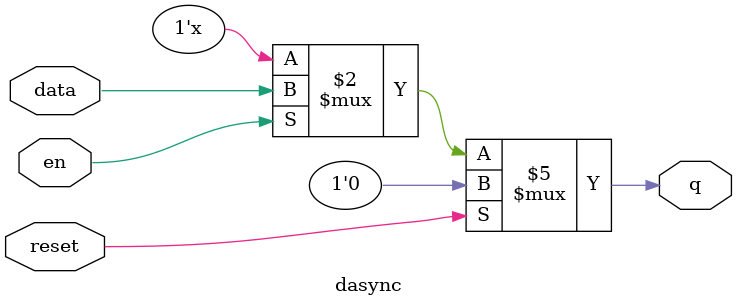
<source format=v>
module dasync (data, en,  reset,  q);
  input data, en, reset ;
  output q;
  reg q;
  always @ ( en or reset or data)
    if (reset)
      begin
        q <= 1'b0;
      end
  else if(en) 
    begin
      q <= data;
      end
endmodule 

</source>
